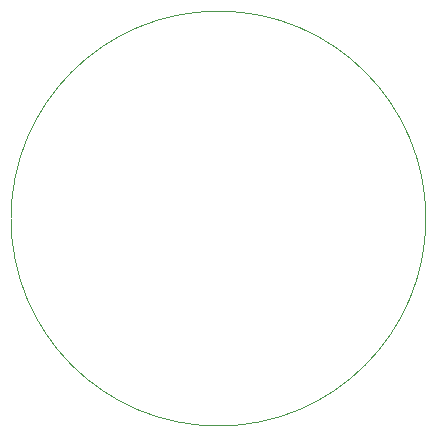
<source format=gm1>
G04 Layer_Color=16711935*
%FSLAX44Y44*%
%MOMM*%
G71*
G01*
G75*
%ADD72C,0.1000*%
D72*
X175642Y0D02*
G03*
X175642Y0I-175642J0D01*
G01*
M02*

</source>
